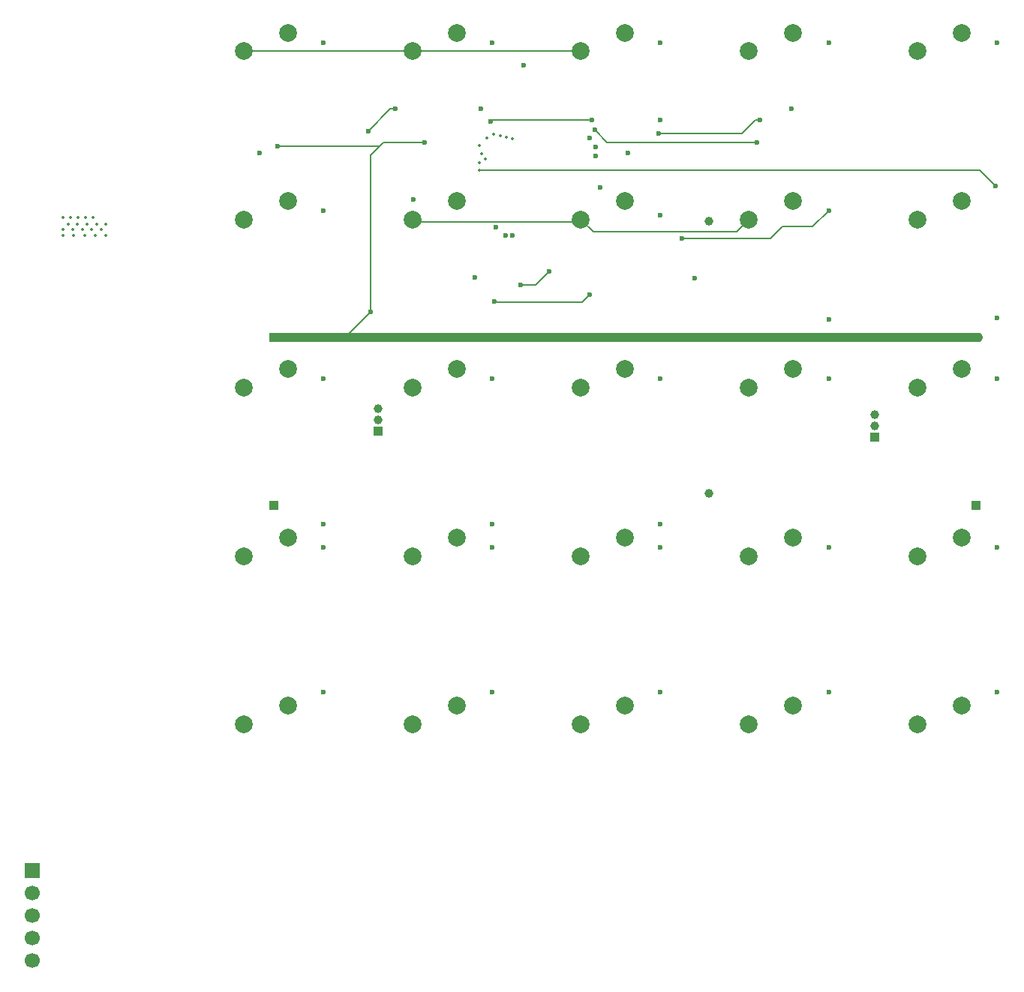
<source format=gbr>
%TF.GenerationSoftware,KiCad,Pcbnew,9.0.2*%
%TF.CreationDate,2026-01-24T20:07:03+01:00*%
%TF.ProjectId,Keymodule,4b65796d-6f64-4756-9c65-2e6b69636164,rev?*%
%TF.SameCoordinates,Original*%
%TF.FileFunction,Copper,L4,Bot*%
%TF.FilePolarity,Positive*%
%FSLAX46Y46*%
G04 Gerber Fmt 4.6, Leading zero omitted, Abs format (unit mm)*
G04 Created by KiCad (PCBNEW 9.0.2) date 2026-01-24 20:07:03*
%MOMM*%
%LPD*%
G01*
G04 APERTURE LIST*
%TA.AperFunction,ComponentPad*%
%ADD10R,1.000000X1.000000*%
%TD*%
%TA.AperFunction,ComponentPad*%
%ADD11C,1.000000*%
%TD*%
%TA.AperFunction,ComponentPad*%
%ADD12R,1.700000X1.700000*%
%TD*%
%TA.AperFunction,ComponentPad*%
%ADD13C,1.700000*%
%TD*%
%TA.AperFunction,ComponentPad*%
%ADD14C,2.000000*%
%TD*%
%TA.AperFunction,ViaPad*%
%ADD15C,0.350000*%
%TD*%
%TA.AperFunction,ViaPad*%
%ADD16C,0.600000*%
%TD*%
%TA.AperFunction,ViaPad*%
%ADD17C,1.000000*%
%TD*%
%TA.AperFunction,Conductor*%
%ADD18C,0.200000*%
%TD*%
%TA.AperFunction,Conductor*%
%ADD19C,1.000000*%
%TD*%
G04 APERTURE END LIST*
D10*
%TO.P,J3,1,Pin_1*%
%TO.N,potSig*%
X72100000Y-101100000D03*
D11*
%TO.P,J3,2,Pin_2*%
%TO.N,SDA*%
X72100000Y-99830000D03*
%TO.P,J3,3,Pin_3*%
%TO.N,SCL*%
X72100000Y-98560000D03*
%TD*%
D10*
%TO.P,J5,1,Pin_1*%
%TO.N,GND*%
X139600000Y-109500000D03*
%TD*%
%TO.P,J4,1,Pin_1*%
%TO.N,+5V*%
X139600000Y-90500000D03*
%TD*%
%TO.P,J1,1,Pin_1*%
%TO.N,+5V*%
X60400000Y-90500000D03*
%TD*%
D12*
%TO.P,J11,1,Pin_1*%
%TO.N,GND*%
X33070000Y-150750000D03*
D13*
%TO.P,J11,2,Pin_2*%
%TO.N,unconnected-(J11-Pin_2-Pad2)*%
X33070000Y-153290000D03*
%TO.P,J11,3,Pin_3*%
%TO.N,Net-(J11-Pin_3)*%
X33070000Y-155830000D03*
%TO.P,J11,4,Pin_4*%
%TO.N,Net-(J11-Pin_4)*%
X33070000Y-158370000D03*
%TO.P,J11,5,Pin_5*%
%TO.N,+5V*%
X33070000Y-160910000D03*
%TD*%
D10*
%TO.P,J2,1,Pin_1*%
%TO.N,GND*%
X60400000Y-109500000D03*
%TD*%
D14*
%TO.P,M_SW18,1*%
%TO.N,Net-(D20-K)*%
X81000000Y-94100000D03*
%TO.P,M_SW18,2*%
%TO.N,col2*%
X76000000Y-96200000D03*
%TD*%
%TO.P,M_SW2,1*%
%TO.N,Net-(D4-K)*%
X138000000Y-75100000D03*
%TO.P,M_SW2,2*%
%TO.N,col1*%
X133000000Y-77200000D03*
%TD*%
%TO.P,M_SW21,1*%
%TO.N,Net-(D23-K)*%
X62000000Y-56100000D03*
%TO.P,M_SW21,2*%
%TO.N,col0*%
X57000000Y-58200000D03*
%TD*%
%TO.P,M_SW20,1*%
%TO.N,Net-(D22-K)*%
X81000000Y-132100000D03*
%TO.P,M_SW20,2*%
%TO.N,col4*%
X76000000Y-134200000D03*
%TD*%
%TO.P,M_SW9,1*%
%TO.N,Net-(D11-K)*%
X119000000Y-113100000D03*
%TO.P,M_SW9,2*%
%TO.N,col3*%
X114000000Y-115200000D03*
%TD*%
%TO.P,M_SW6,1*%
%TO.N,Net-(D8-K)*%
X119000000Y-56100000D03*
%TO.P,M_SW6,2*%
%TO.N,col0*%
X114000000Y-58200000D03*
%TD*%
%TO.P,M_SW5,1*%
%TO.N,Net-(D7-K)*%
X138000000Y-132100000D03*
%TO.P,M_SW5,2*%
%TO.N,col4*%
X133000000Y-134200000D03*
%TD*%
%TO.P,M_SW19,1*%
%TO.N,Net-(D21-K)*%
X81000000Y-113100000D03*
%TO.P,M_SW19,2*%
%TO.N,col3*%
X76000000Y-115200000D03*
%TD*%
%TO.P,M_SW8,1*%
%TO.N,Net-(D10-K)*%
X119000000Y-94100000D03*
%TO.P,M_SW8,2*%
%TO.N,col2*%
X114000000Y-96200000D03*
%TD*%
%TO.P,M_SW12,1*%
%TO.N,Net-(D14-K)*%
X100000000Y-75100000D03*
%TO.P,M_SW12,2*%
%TO.N,col1*%
X95000000Y-77200000D03*
%TD*%
%TO.P,M_SW23,1*%
%TO.N,Net-(D25-K)*%
X62000000Y-94100000D03*
%TO.P,M_SW23,2*%
%TO.N,col2*%
X57000000Y-96200000D03*
%TD*%
%TO.P,M_SW11,1*%
%TO.N,Net-(D13-K)*%
X100000000Y-56100000D03*
%TO.P,M_SW11,2*%
%TO.N,col0*%
X95000000Y-58200000D03*
%TD*%
%TO.P,M_SW16,1*%
%TO.N,Net-(D18-K)*%
X81000000Y-56100000D03*
%TO.P,M_SW16,2*%
%TO.N,col0*%
X76000000Y-58200000D03*
%TD*%
%TO.P,M_SW7,1*%
%TO.N,Net-(D9-K)*%
X119000000Y-75100000D03*
%TO.P,M_SW7,2*%
%TO.N,col1*%
X114000000Y-77200000D03*
%TD*%
%TO.P,M_SW3,1*%
%TO.N,Net-(D5-K)*%
X138000000Y-94100000D03*
%TO.P,M_SW3,2*%
%TO.N,col2*%
X133000000Y-96200000D03*
%TD*%
%TO.P,M_SW24,1*%
%TO.N,Net-(D26-K)*%
X62000000Y-113100000D03*
%TO.P,M_SW24,2*%
%TO.N,col3*%
X57000000Y-115200000D03*
%TD*%
%TO.P,M_SW14,1*%
%TO.N,Net-(D16-K)*%
X100000000Y-113100000D03*
%TO.P,M_SW14,2*%
%TO.N,col3*%
X95000000Y-115200000D03*
%TD*%
D10*
%TO.P,J6,1,Pin_1*%
%TO.N,potSig*%
X128200000Y-101740000D03*
D11*
%TO.P,J6,2,Pin_2*%
%TO.N,SDA*%
X128200000Y-100470000D03*
%TO.P,J6,3,Pin_3*%
%TO.N,SCL*%
X128200000Y-99200000D03*
%TD*%
D14*
%TO.P,M_SW25,1*%
%TO.N,Net-(D50-K)*%
X62000000Y-132100000D03*
%TO.P,M_SW25,2*%
%TO.N,col4*%
X57000000Y-134200000D03*
%TD*%
%TO.P,M_SW15,1*%
%TO.N,Net-(D17-K)*%
X100000000Y-132100000D03*
%TO.P,M_SW15,2*%
%TO.N,col4*%
X95000000Y-134200000D03*
%TD*%
%TO.P,M_SW4,1*%
%TO.N,Net-(D6-K)*%
X138000000Y-113100000D03*
%TO.P,M_SW4,2*%
%TO.N,col3*%
X133000000Y-115200000D03*
%TD*%
%TO.P,M_SW13,1*%
%TO.N,Net-(D15-K)*%
X100000000Y-94100000D03*
%TO.P,M_SW13,2*%
%TO.N,col2*%
X95000000Y-96200000D03*
%TD*%
%TO.P,M_SW1,1*%
%TO.N,Net-(D3-K)*%
X138000000Y-56100000D03*
%TO.P,M_SW1,2*%
%TO.N,col0*%
X133000000Y-58200000D03*
%TD*%
%TO.P,M_SW10,1*%
%TO.N,Net-(D12-K)*%
X119000000Y-132100000D03*
%TO.P,M_SW10,2*%
%TO.N,col4*%
X114000000Y-134200000D03*
%TD*%
%TO.P,M_SW17,1*%
%TO.N,Net-(D19-K)*%
X81000000Y-75100000D03*
%TO.P,M_SW17,2*%
%TO.N,col1*%
X76000000Y-77200000D03*
%TD*%
%TO.P,M_SW22,1*%
%TO.N,Net-(D24-K)*%
X62000000Y-75100000D03*
%TO.P,M_SW22,2*%
%TO.N,col1*%
X57000000Y-77200000D03*
%TD*%
D15*
%TO.N,*%
X40200000Y-79000000D03*
X40350000Y-77750000D03*
X39280000Y-77750000D03*
X37140000Y-77750000D03*
X38210000Y-77750000D03*
X40000000Y-77000000D03*
X41400000Y-79000000D03*
X36600000Y-77000000D03*
X39150000Y-77000000D03*
X37800000Y-79000000D03*
X36600000Y-78300000D03*
X41420000Y-77750000D03*
X39000000Y-79000000D03*
X38740000Y-78300000D03*
X40880000Y-78300000D03*
X36600000Y-79000000D03*
X39810000Y-78300000D03*
X37450000Y-77000000D03*
X38300000Y-77000000D03*
X37670000Y-78300000D03*
D16*
%TO.N,+5V*%
X114900000Y-68500000D03*
X96600000Y-67100000D03*
X77400000Y-68501000D03*
X71300000Y-87600000D03*
X60800000Y-68900000D03*
%TO.N,GND*%
X104000000Y-66000000D03*
X71000000Y-67200000D03*
X91464156Y-83034315D03*
X74100000Y-64700000D03*
X107900000Y-83800000D03*
D17*
X109500000Y-108100000D03*
D16*
X83700000Y-64700000D03*
D17*
X109500000Y-77400000D03*
D16*
X83100000Y-83700000D03*
X118800000Y-64700000D03*
X88211465Y-84589950D03*
X100300000Y-69700000D03*
X88600000Y-59800000D03*
X58800000Y-69700000D03*
X97200000Y-73600000D03*
X96000000Y-68000000D03*
%TO.N,+1V1*%
X85400000Y-78042422D03*
%TO.N,row0*%
X142000000Y-130600000D03*
X142000000Y-57200000D03*
X142000000Y-88300000D03*
X142000000Y-114200000D03*
X142000000Y-95200000D03*
D15*
X83575000Y-71600000D03*
D16*
X141800000Y-73400000D03*
%TO.N,row1*%
X106400000Y-79300000D03*
D15*
X83594742Y-70819742D03*
D16*
X123000000Y-95200000D03*
X123000000Y-76200000D03*
X123000000Y-57200000D03*
X123000000Y-130600000D03*
X123000000Y-114200000D03*
X123000000Y-88500000D03*
D15*
%TO.N,row2*%
X84226000Y-70400000D03*
D16*
X104000000Y-111600000D03*
X104000000Y-76700000D03*
X104000000Y-95200000D03*
X104000000Y-114200000D03*
X104000000Y-57200000D03*
X104000000Y-130600000D03*
%TO.N,row3*%
X85000000Y-114200000D03*
X76100000Y-74900000D03*
X85000000Y-130600000D03*
X85000000Y-111600000D03*
D15*
X83800000Y-69800000D03*
D16*
X85000000Y-95200000D03*
X85000000Y-57200000D03*
%TO.N,row4*%
X66000000Y-57200000D03*
X66000000Y-95200000D03*
X66000000Y-76200000D03*
X66000000Y-114200000D03*
X66000000Y-130600000D03*
X66000000Y-111600000D03*
D15*
X83600000Y-68800000D03*
D16*
%TO.N,Net-(J11-Pin_3)*%
X96700000Y-69000000D03*
%TO.N,Net-(J11-Pin_4)*%
X96700000Y-70000000D03*
%TO.N,SCL*%
X87300000Y-79000000D03*
%TO.N,SDA*%
X86500000Y-79000000D03*
%TO.N,Net-(L2-DOUT)*%
X84800000Y-66100000D03*
X96300000Y-66000000D03*
%TO.N,Net-(L3-DOUT)*%
X103800000Y-67500000D03*
X115200000Y-65950000D03*
%TO.N,Net-(L7-DOUT)*%
X85301000Y-86450000D03*
X96000000Y-85700000D03*
D15*
%TO.N,col0*%
X87300000Y-68100000D03*
%TO.N,col1*%
X86600000Y-67900000D03*
%TO.N,col2*%
X85900000Y-67700000D03*
%TO.N,col3*%
X85200000Y-67600000D03*
%TO.N,col4*%
X84400000Y-68000000D03*
%TD*%
D18*
%TO.N,+5V*%
X72699000Y-68501000D02*
X72300000Y-68900000D01*
X98400000Y-90500000D02*
X98500000Y-90600000D01*
D19*
X71300000Y-90500000D02*
X139845518Y-90500000D01*
X139845518Y-90500000D02*
X139849148Y-90496370D01*
D18*
X60800000Y-68900000D02*
X72300000Y-68900000D01*
X98000000Y-68500000D02*
X96600000Y-67100000D01*
X71300000Y-69900000D02*
X72300000Y-68900000D01*
D19*
X60430000Y-90500000D02*
X68000000Y-90500000D01*
X68000000Y-90500000D02*
X71300000Y-90500000D01*
D18*
X77400000Y-68501000D02*
X72699000Y-68501000D01*
X68400000Y-90500000D02*
X68000000Y-90500000D01*
X71300000Y-87600000D02*
X68400000Y-90500000D01*
X114900000Y-68500000D02*
X98000000Y-68500000D01*
X71300000Y-87600000D02*
X71300000Y-69900000D01*
%TO.N,GND*%
X89908521Y-84589950D02*
X91464156Y-83034315D01*
X88211465Y-84589950D02*
X89908521Y-84589950D01*
X71000000Y-67200000D02*
X73500000Y-64700000D01*
X73500000Y-64700000D02*
X74100000Y-64700000D01*
%TO.N,row0*%
X140000000Y-71600000D02*
X83575000Y-71600000D01*
X141800000Y-73400000D02*
X140000000Y-71600000D01*
%TO.N,row1*%
X116450000Y-79300000D02*
X117750000Y-78000000D01*
X121200000Y-78000000D02*
X123000000Y-76200000D01*
X117750000Y-78000000D02*
X121200000Y-78000000D01*
X106400000Y-79300000D02*
X116450000Y-79300000D01*
%TO.N,Net-(L2-DOUT)*%
X84800000Y-66100000D02*
X84900000Y-66000000D01*
X84900000Y-66000000D02*
X96300000Y-66000000D01*
%TO.N,Net-(L3-DOUT)*%
X115200000Y-65950000D02*
X114750000Y-65950000D01*
X113200000Y-67500000D02*
X103800000Y-67500000D01*
X114750000Y-65950000D02*
X113200000Y-67500000D01*
%TO.N,Net-(L7-DOUT)*%
X96000000Y-85700000D02*
X95200000Y-86500000D01*
X85351000Y-86500000D02*
X85301000Y-86450000D01*
X95200000Y-86500000D02*
X85351000Y-86500000D01*
%TO.N,col0*%
X76000000Y-58200000D02*
X95000000Y-58200000D01*
X57000000Y-58200000D02*
X76000000Y-58200000D01*
%TO.N,col1*%
X95000000Y-77200000D02*
X96400000Y-78600000D01*
X76000000Y-77200000D02*
X76242422Y-77442422D01*
X112600000Y-78600000D02*
X114000000Y-77200000D01*
X96400000Y-78600000D02*
X112600000Y-78600000D01*
X76242422Y-77442422D02*
X94757578Y-77442422D01*
X94757578Y-77442422D02*
X95000000Y-77200000D01*
%TD*%
M02*

</source>
